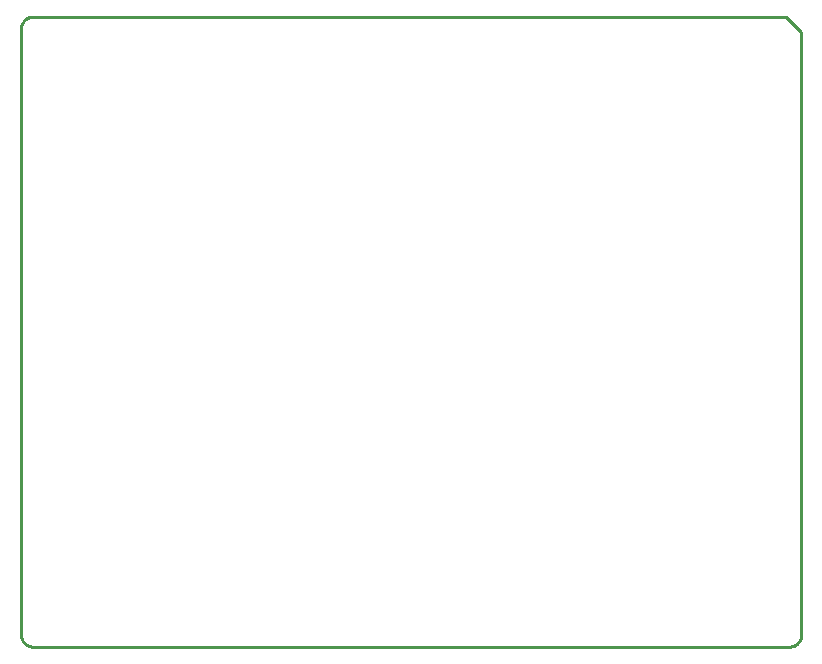
<source format=gbp>
G04 EAGLE Gerber RS-274X export*
G75*
%MOMM*%
%FSLAX34Y34*%
%LPD*%
%INSolder paste bottom*%
%IPPOS*%
%AMOC8*
5,1,8,0,0,1.08239X$1,22.5*%
G01*
%ADD10C,0.254000*%


D10*
X660400Y10000D02*
X660400Y520700D01*
X647700Y533400D01*
X10000Y533400D01*
X9758Y533397D01*
X9517Y533388D01*
X9276Y533374D01*
X9035Y533353D01*
X8795Y533327D01*
X8555Y533295D01*
X8316Y533257D01*
X8079Y533214D01*
X7842Y533164D01*
X7607Y533109D01*
X7373Y533049D01*
X7141Y532982D01*
X6910Y532911D01*
X6681Y532833D01*
X6454Y532750D01*
X6229Y532662D01*
X6006Y532568D01*
X5786Y532469D01*
X5568Y532364D01*
X5353Y532255D01*
X5140Y532140D01*
X4930Y532020D01*
X4724Y531895D01*
X4520Y531765D01*
X4319Y531630D01*
X4122Y531490D01*
X3928Y531346D01*
X3738Y531197D01*
X3552Y531043D01*
X3369Y530885D01*
X3190Y530723D01*
X3015Y530556D01*
X2844Y530385D01*
X2677Y530210D01*
X2515Y530031D01*
X2357Y529848D01*
X2203Y529662D01*
X2054Y529472D01*
X1910Y529278D01*
X1770Y529081D01*
X1635Y528880D01*
X1505Y528676D01*
X1380Y528470D01*
X1260Y528260D01*
X1145Y528047D01*
X1036Y527832D01*
X931Y527614D01*
X832Y527394D01*
X738Y527171D01*
X650Y526946D01*
X567Y526719D01*
X489Y526490D01*
X418Y526259D01*
X351Y526027D01*
X291Y525793D01*
X236Y525558D01*
X186Y525321D01*
X143Y525084D01*
X105Y524845D01*
X73Y524605D01*
X47Y524365D01*
X26Y524124D01*
X12Y523883D01*
X3Y523642D01*
X0Y523400D01*
X0Y10000D01*
X3Y9758D01*
X12Y9517D01*
X26Y9276D01*
X47Y9035D01*
X73Y8795D01*
X105Y8555D01*
X143Y8316D01*
X186Y8079D01*
X236Y7842D01*
X291Y7607D01*
X351Y7373D01*
X418Y7141D01*
X489Y6910D01*
X567Y6681D01*
X650Y6454D01*
X738Y6229D01*
X832Y6006D01*
X931Y5786D01*
X1036Y5568D01*
X1145Y5353D01*
X1260Y5140D01*
X1380Y4930D01*
X1505Y4724D01*
X1635Y4520D01*
X1770Y4319D01*
X1910Y4122D01*
X2054Y3928D01*
X2203Y3738D01*
X2357Y3552D01*
X2515Y3369D01*
X2677Y3190D01*
X2844Y3015D01*
X3015Y2844D01*
X3190Y2677D01*
X3369Y2515D01*
X3552Y2357D01*
X3738Y2203D01*
X3928Y2054D01*
X4122Y1910D01*
X4319Y1770D01*
X4520Y1635D01*
X4724Y1505D01*
X4930Y1380D01*
X5140Y1260D01*
X5353Y1145D01*
X5568Y1036D01*
X5786Y931D01*
X6006Y832D01*
X6229Y738D01*
X6454Y650D01*
X6681Y567D01*
X6910Y489D01*
X7141Y418D01*
X7373Y351D01*
X7607Y291D01*
X7842Y236D01*
X8079Y186D01*
X8316Y143D01*
X8555Y105D01*
X8795Y73D01*
X9035Y47D01*
X9276Y26D01*
X9517Y12D01*
X9758Y3D01*
X10000Y0D01*
X650400Y0D01*
X650642Y3D01*
X650883Y12D01*
X651124Y26D01*
X651365Y47D01*
X651605Y73D01*
X651845Y105D01*
X652084Y143D01*
X652321Y186D01*
X652558Y236D01*
X652793Y291D01*
X653027Y351D01*
X653259Y418D01*
X653490Y489D01*
X653719Y567D01*
X653946Y650D01*
X654171Y738D01*
X654394Y832D01*
X654614Y931D01*
X654832Y1036D01*
X655047Y1145D01*
X655260Y1260D01*
X655470Y1380D01*
X655676Y1505D01*
X655880Y1635D01*
X656081Y1770D01*
X656278Y1910D01*
X656472Y2054D01*
X656662Y2203D01*
X656848Y2357D01*
X657031Y2515D01*
X657210Y2677D01*
X657385Y2844D01*
X657556Y3015D01*
X657723Y3190D01*
X657885Y3369D01*
X658043Y3552D01*
X658197Y3738D01*
X658346Y3928D01*
X658490Y4122D01*
X658630Y4319D01*
X658765Y4520D01*
X658895Y4724D01*
X659020Y4930D01*
X659140Y5140D01*
X659255Y5353D01*
X659364Y5568D01*
X659469Y5786D01*
X659568Y6006D01*
X659662Y6229D01*
X659750Y6454D01*
X659833Y6681D01*
X659911Y6910D01*
X659982Y7141D01*
X660049Y7373D01*
X660109Y7607D01*
X660164Y7842D01*
X660214Y8079D01*
X660257Y8316D01*
X660295Y8555D01*
X660327Y8795D01*
X660353Y9035D01*
X660374Y9276D01*
X660388Y9517D01*
X660397Y9758D01*
X660400Y10000D01*
M02*

</source>
